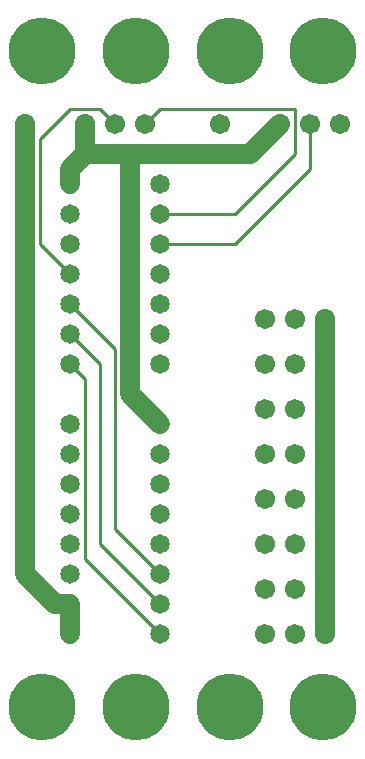
<source format=gtl>
%MOIN*%
%FSLAX25Y25*%
G04 D10 used for Character Trace; *
G04     Circle (OD=.01000) (No hole)*
G04 D11 used for Power Trace; *
G04     Circle (OD=.06700) (No hole)*
G04 D12 used for Signal Trace; *
G04     Circle (OD=.01100) (No hole)*
G04 D13 used for Via; *
G04     Circle (OD=.05800) (Round. Hole ID=.02800)*
G04 D14 used for Component hole; *
G04     Circle (OD=.06500) (Round. Hole ID=.03500)*
G04 D15 used for Component hole; *
G04     Circle (OD=.06700) (Round. Hole ID=.04300)*
G04 D16 used for Component hole; *
G04     Circle (OD=.08100) (Round. Hole ID=.05100)*
G04 D17 used for Component hole; *
G04     Circle (OD=.08900) (Round. Hole ID=.05900)*
G04 D18 used for Component hole; *
G04     Circle (OD=.11300) (Round. Hole ID=.08300)*
G04 D19 used for Component hole; *
G04     Circle (OD=.16000) (Round. Hole ID=.13000)*
G04 D20 used for Component hole; *
G04     Circle (OD=.18300) (Round. Hole ID=.15300)*
G04 D21 used for Component hole; *
G04     Circle (OD=.22291) (Round. Hole ID=.19291)*
%ADD10C,.01000*%
%ADD11C,.06700*%
%ADD12C,.01100*%
%ADD13C,.05800*%
%ADD14C,.06500*%
%ADD15C,.06700*%
%ADD16C,.08100*%
%ADD17C,.08900*%
%ADD18C,.11300*%
%ADD19C,.16000*%
%ADD20C,.18300*%
%ADD21C,.22291*%
%IPPOS*%
%LPD*%
G90*X0Y0D02*D21*X15625Y15625D03*D14*              
X25000Y40000D03*D11*Y50000D01*D14*D03*D11*        
X20000D01*X10000Y60000D01*Y210000D01*D15*D03*D12* 
X15000Y170000D02*Y205000D01*X25000Y160000D02*     
X15000Y170000D01*D14*X25000Y160000D03*Y170000D03* 
Y150000D03*D12*X40000Y135000D01*Y75000D01*        
X55000Y60000D01*D14*D03*Y70000D03*Y50000D03*D12*  
X35000Y70000D01*Y130000D01*X25000Y140000D01*D14*  
D03*Y130000D03*D12*X30000Y125000D01*Y65000D01*    
X55000Y40000D01*D14*D03*D21*X78125Y15625D03*      
X46875D03*D14*X25000Y70000D03*Y60000D03*D15*      
X90000Y40000D03*Y55000D03*Y70000D03*D14*          
X55000Y80000D03*X25000D03*D15*X100000Y85000D03*   
X90000D03*X100000Y40000D03*Y55000D03*Y70000D03*   
D14*X55000Y90000D03*X25000D03*D21*                
X109375Y15625D03*D15*X110000Y40000D03*D11*        
Y55000D01*D15*D03*D11*Y70000D01*D15*D03*D11*      
Y85000D01*D15*D03*D11*Y100000D01*D15*D03*D11*     
Y115000D01*D15*D03*D11*Y130000D01*D15*D03*D11*    
Y145000D01*D15*D03*X100000D03*Y130000D03*         
X90000Y145000D03*Y130000D03*D12*X55000Y170000D02* 
X80000D01*D14*X55000D03*Y180000D03*D12*X80000D01* 
X100000Y200000D01*Y215000D01*X55000D01*           
X50000Y210000D01*D15*D03*D11*X45000Y120000D02*    
Y200000D01*X55000Y110000D02*X45000Y120000D01*D14* 
X55000Y110000D03*Y100000D03*Y130000D03*Y140000D03*
X25000Y110000D03*Y100000D03*D15*X90000D03*        
Y115000D03*D14*X55000Y150000D03*D15*              
X100000Y100000D03*Y115000D03*D14*X55000Y160000D03*
D12*X80000Y170000D02*X105000Y195000D01*Y210000D01*
D15*D03*X115000D03*X95000D03*D11*X85000Y200000D01*
X45000D01*X30000D01*X25000Y195000D01*Y190000D01*  
D14*D03*D11*X30000Y200000D02*Y210000D01*D15*D03*  
D12*X40000D02*X35000Y215000D01*D15*               
X40000Y210000D03*D12*X25000Y215000D02*X35000D01*  
X15000Y205000D02*X25000Y215000D01*D14*Y180000D03* 
D21*X46875Y234375D03*X15625D03*D14*               
X55000Y190000D03*D15*X75000Y210000D03*D21*        
X78125Y234375D03*X109375D03*M02*                  

</source>
